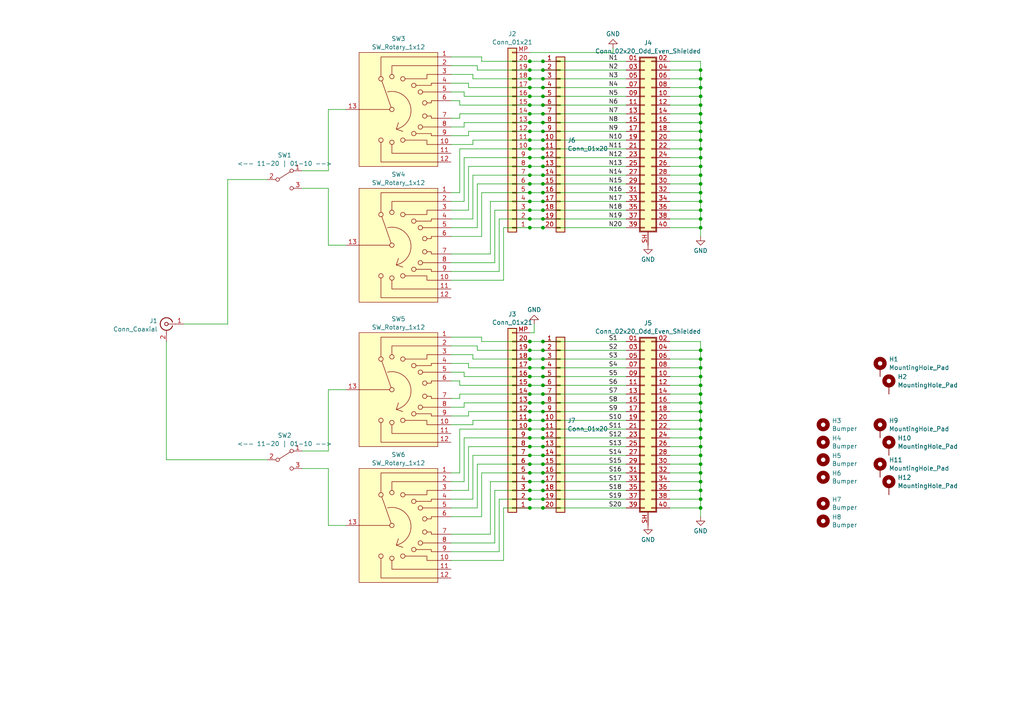
<source format=kicad_sch>
(kicad_sch (version 20230121) (generator eeschema)
  (paper "A4")
  (lib_symbols
    (symbol "Conn_02x20_Odd_Even_Shielded_1" (pin_names (offset 1.016) hide)
      (property "Reference" "J3" (at 1.27 28.2235 0))
      (property "Value" "Conn_02x20_Odd_Even_Shielded" (at 1.27 25.7993 0))
      (symbol "Conn_02x20_Odd_Even_Shielded_1_1_1"
        (pin passive line (at -5.08 22.86 0) (length 4.064) (name "Pin_1") (number "01"))
        (pin passive line (at 7.62 22.86 180) (length 4.064) (name "Pin_2") (number "02"))
        (pin passive line (at -5.08 20.32 0) (length 4.064) (name "Pin_3") (number "03"))
        (pin passive line (at 7.62 20.32 180) (length 4.064) (name "Pin_4") (number "04"))
        (pin passive line (at -5.08 17.78 0) (length 4.064) (name "Pin_5") (number "05"))
        (pin passive line (at 7.62 17.78 180) (length 4.064) (name "Pin_6") (number "06"))
        (pin passive line (at -5.08 15.24 0) (length 4.064) (name "Pin_7") (number "07"))
        (pin passive line (at 7.62 15.24 180) (length 4.064) (name "Pin_8") (number "08"))
        (pin passive line (at -5.08 12.7 0) (length 4.064) (name "Pin_9") (number "09"))
        (pin passive line (at 7.62 12.7 180) (length 4.064) (name "Pin_10") (number "10"))
        (pin passive line (at -5.08 10.16 0) (length 4.064) (name "Pin_11") (number "11"))
        (pin passive line (at 7.62 10.16 180) (length 4.064) (name "Pin_12") (number "12"))
        (pin passive line (at -5.08 7.62 0) (length 4.064) (name "Pin_13") (number "13"))
        (pin passive line (at 7.62 7.62 180) (length 4.064) (name "Pin_14") (number "14"))
        (pin passive line (at -5.08 5.08 0) (length 4.064) (name "Pin_15") (number "15"))
        (pin passive line (at 7.62 5.08 180) (length 4.064) (name "Pin_16") (number "16"))
        (pin passive line (at -5.08 2.54 0) (length 4.064) (name "Pin_17") (number "17"))
        (pin passive line (at 7.62 2.54 180) (length 4.064) (name "Pin_18") (number "18"))
        (pin passive line (at -5.08 0 0) (length 4.064) (name "Pin_19") (number "19"))
        (pin passive line (at 7.62 0 180) (length 4.064) (name "Pin_20") (number "20"))
        (pin passive line (at -5.08 -2.54 0) (length 4.064) (name "Pin_21") (number "21"))
        (pin passive line (at 7.62 -2.54 180) (length 4.064) (name "Pin_22") (number "22"))
        (pin passive line (at -5.08 -5.08 0) (length 4.064) (name "Pin_23") (number "23"))
        (pin passive line (at 7.62 -5.08 180) (length 4.064) (name "Pin_24") (number "24"))
        (pin passive line (at -5.08 -7.62 0) (length 4.064) (name "Pin_25") (number "25"))
        (pin passive line (at 7.62 -7.62 180) (length 4.064) (name "Pin_26") (number "26"))
        (pin passive line (at -5.08 -10.16 0) (length 4.064) (name "Pin_27") (number "27"))
        (pin passive line (at 7.62 -10.16 180) (length 4.064) (name "Pin_28") (number "28"))
        (pin passive line (at -5.08 -12.7 0) (length 4.064) (name "Pin_29") (number "29"))
        (pin passive line (at 7.62 -12.7 180) (length 4.064) (name "Pin_30") (number "30"))
        (pin passive line (at -5.08 -15.24 0) (length 4.064) (name "Pin_31") (number "31"))
        (pin passive line (at 7.62 -15.24 180) (length 4.064) (name "Pin_32") (number "32"))
        (pin passive line (at -5.08 -17.78 0) (length 4.064) (name "Pin_33") (number "33"))
        (pin passive line (at 7.62 -17.78 180) (length 4.064) (name "Pin_34") (number "34"))
        (pin passive line (at -5.08 -20.32 0) (length 4.064) (name "Pin_35") (number "35"))
        (pin passive line (at 7.62 -20.32 180) (length 4.064) (name "Pin_36") (number "36"))
        (pin passive line (at -5.08 -22.86 0) (length 4.064) (name "Pin_37") (number "37"))
        (pin passive line (at 7.62 -22.86 180) (length 4.064) (name "Pin_38") (number "38"))
        (pin passive line (at -5.08 -25.4 0) (length 4.064) (name "Pin_39") (number "39"))
        (pin passive line (at 7.62 -25.4 180) (length 4.064) (name "Pin_40") (number "40"))
        (pin passive line (at 1.27 -30.48 90) (length 3.81) (name "Shield") (number "SH"))
      )
    )
    (symbol "Connector:Conn_Coaxial" (pin_names (offset 1.016) hide)
      (property "Reference" "J" (at 0.254 3.048 0))
      (property "Value" "Conn_Coaxial" (at 2.921 0 90))
      (symbol "Conn_Coaxial_1_1"
        (pin passive line (at -5.08 0 0) (length 2.54) (name "In") (number "1"))
        (pin passive line (at 0 -5.08 90) (length 2.54) (name "Ext") (number "2"))
      )
    )
    (symbol "Connector_Generic:Conn_01x20" (pin_names (offset 1.016) hide)
      (property "Reference" "J" (at 0 25.4 0))
      (property "Value" "Conn_01x20" (at 0 -27.94 0))
      (symbol "Conn_01x20_1_1"
        (pin passive line (at -5.08 22.86 0) (length 3.81) (name "Pin_1") (number "1"))
        (pin passive line (at -5.08 0 0) (length 3.81) (name "Pin_10") (number "10"))
        (pin passive line (at -5.08 -2.54 0) (length 3.81) (name "Pin_11") (number "11"))
        (pin passive line (at -5.08 -5.08 0) (length 3.81) (name "Pin_12") (number "12"))
        (pin passive line (at -5.08 -7.62 0) (length 3.81) (name "Pin_13") (number "13"))
        (pin passive line (at -5.08 -10.16 0) (length 3.81) (name "Pin_14") (number "14"))
        (pin passive line (at -5.08 -12.7 0) (length 3.81) (name "Pin_15") (number "15"))
        (pin passive line (at -5.08 -15.24 0) (length 3.81) (name "Pin_16") (number "16"))
        (pin passive line (at -5.08 -17.78 0) (length 3.81) (name "Pin_17") (number "17"))
        (pin passive line (at -5.08 -20.32 0) (length 3.81) (name "Pin_18") (number "18"))
        (pin passive line (at -5.08 -22.86 0) (length 3.81) (name "Pin_19") (number "19"))
        (pin passive line (at -5.08 20.32 0) (length 3.81) (name "Pin_2") (number "2"))
        (pin passive line (at -5.08 -25.4 0) (length 3.81) (name "Pin_20") (number "20"))
        (pin passive line (at -5.08 17.78 0) (length 3.81) (name "Pin_3") (number "3"))
        (pin passive line (at -5.08 15.24 0) (length 3.81) (name "Pin_4") (number "4"))
        (pin passive line (at -5.08 12.7 0) (length 3.81) (name "Pin_5") (number "5"))
        (pin passive line (at -5.08 10.16 0) (length 3.81) (name "Pin_6") (number "6"))
        (pin passive line (at -5.08 7.62 0) (length 3.81) (name "Pin_7") (number "7"))
        (pin passive line (at -5.08 5.08 0) (length 3.81) (name "Pin_8") (number "8"))
        (pin passive line (at -5.08 2.54 0) (length 3.81) (name "Pin_9") (number "9"))
      )
    )
    (symbol "Connector_Generic:Conn_01x21" (pin_names (offset 1.016) hide)
      (property "Reference" "J2" (at 0 -30.8143 0))
      (property "Value" "Conn_01x21" (at 0 -28.3901 0))
      (symbol "Conn_01x21_1_1"
        (pin passive line (at -5.08 25.4 0) (length 3.81) (name "Pin_1") (number "1"))
        (pin passive line (at -5.08 2.54 0) (length 3.81) (name "Pin_10") (number "10"))
        (pin passive line (at -5.08 0 0) (length 3.81) (name "Pin_11") (number "11"))
        (pin passive line (at -5.08 -2.54 0) (length 3.81) (name "Pin_12") (number "12"))
        (pin passive line (at -5.08 -5.08 0) (length 3.81) (name "Pin_13") (number "13"))
        (pin passive line (at -5.08 -7.62 0) (length 3.81) (name "Pin_14") (number "14"))
        (pin passive line (at -5.08 -10.16 0) (length 3.81) (name "Pin_15") (number "15"))
        (pin passive line (at -5.08 -12.7 0) (length 3.81) (name "Pin_16") (number "16"))
        (pin passive line (at -5.08 -15.24 0) (length 3.81) (name "Pin_17") (number "17"))
        (pin passive line (at -5.08 -17.78 0) (length 3.81) (name "Pin_18") (number "18"))
        (pin passive line (at -5.08 -20.32 0) (length 3.81) (name "Pin_19") (number "19"))
        (pin passive line (at -5.08 22.86 0) (length 3.81) (name "Pin_2") (number "2"))
        (pin passive line (at -5.08 -22.86 0) (length 3.81) (name "Pin_20") (number "20"))
        (pin passive line (at -5.08 20.32 0) (length 3.81) (name "Pin_3") (number "3"))
        (pin passive line (at -5.08 17.78 0) (length 3.81) (name "Pin_4") (number "4"))
        (pin passive line (at -5.08 15.24 0) (length 3.81) (name "Pin_5") (number "5"))
        (pin passive line (at -5.08 12.7 0) (length 3.81) (name "Pin_6") (number "6"))
        (pin passive line (at -5.08 10.16 0) (length 3.81) (name "Pin_7") (number "7"))
        (pin passive line (at -5.08 7.62 0) (length 3.81) (name "Pin_8") (number "8"))
        (pin passive line (at -5.08 5.08 0) (length 3.81) (name "Pin_9") (number "9"))
        (pin passive line (at -5.08 -25.4 0) (length 3.81) (name "Pin_21") (number "MP"))
      )
    )
    (symbol "Connector_Generic_Shielded:Conn_02x20_Odd_Even_Shielded" (pin_names (offset 1.016) hide)
      (property "Reference" "J2" (at 1.27 28.2235 0))
      (property "Value" "Conn_02x20_Odd_Even_Shielded" (at 1.27 25.7993 0))
      (symbol "Conn_02x20_Odd_Even_Shielded_1_1"
        (pin passive line (at -5.08 22.86 0) (length 4.064) (name "Pin_1") (number "01"))
        (pin passive line (at 7.62 22.86 180) (length 4.064) (name "Pin_2") (number "02"))
        (pin passive line (at -5.08 20.32 0) (length 4.064) (name "Pin_3") (number "03"))
        (pin passive line (at 7.62 20.32 180) (length 4.064) (name "Pin_4") (number "04"))
        (pin passive line (at -5.08 17.78 0) (length 4.064) (name "Pin_5") (number "05"))
        (pin passive line (at 7.62 17.78 180) (length 4.064) (name "Pin_6") (number "06"))
        (pin passive line (at -5.08 15.24 0) (length 4.064) (name "Pin_7") (number "07"))
        (pin passive line (at 7.62 15.24 180) (length 4.064) (name "Pin_8") (number "08"))
        (pin passive line (at -5.08 12.7 0) (length 4.064) (name "Pin_9") (number "09"))
        (pin passive line (at 7.62 12.7 180) (length 4.064) (name "Pin_10") (number "10"))
        (pin passive line (at -5.08 10.16 0) (length 4.064) (name "Pin_11") (number "11"))
        (pin passive line (at 7.62 10.16 180) (length 4.064) (name "Pin_12") (number "12"))
        (pin passive line (at -5.08 7.62 0) (length 4.064) (name "Pin_13") (number "13"))
        (pin passive line (at 7.62 7.62 180) (length 4.064) (name "Pin_14") (number "14"))
        (pin passive line (at -5.08 5.08 0) (length 4.064) (name "Pin_15") (number "15"))
        (pin passive line (at 7.62 5.08 180) (length 4.064) (name "Pin_16") (number "16"))
        (pin passive line (at -5.08 2.54 0) (length 4.064) (name "Pin_17") (number "17"))
        (pin passive line (at 7.62 2.54 180) (length 4.064) (name "Pin_18") (number "18"))
        (pin passive line (at -5.08 0 0) (length 4.064) (name "Pin_19") (number "19"))
        (pin passive line (at 7.62 0 180) (length 4.064) (name "Pin_20") (number "20"))
        (pin passive line (at -5.08 -2.54 0) (length 4.064) (name "Pin_21") (number "21"))
        (pin passive line (at 7.62 -2.54 180) (length 4.064) (name "Pin_22") (number "22"))
        (pin passive line (at -5.08 -5.08 0) (length 4.064) (name "Pin_23") (number "23"))
        (pin passive line (at 7.62 -5.08 180) (length 4.064) (name "Pin_24") (number "24"))
        (pin passive line (at -5.08 -7.62 0) (length 4.064) (name "Pin_25") (number "25"))
        (pin passive line (at 7.62 -7.62 180) (length 4.064) (name "Pin_26") (number "26"))
        (pin passive line (at -5.08 -10.16 0) (length 4.064) (name "Pin_27") (number "27"))
        (pin passive line (at 7.62 -10.16 180) (length 4.064) (name "Pin_28") (number "28"))
        (pin passive line (at -5.08 -12.7 0) (length 4.064) (name "Pin_29") (number "29"))
        (pin passive line (at 7.62 -12.7 180) (length 4.064) (name "Pin_30") (number "30"))
        (pin passive line (at -5.08 -15.24 0) (length 4.064) (name "Pin_31") (number "31"))
        (pin passive line (at 7.62 -15.24 180) (length 4.064) (name "Pin_32") (number "32"))
        (pin passive line (at -5.08 -17.78 0) (length 4.064) (name "Pin_33") (number "33"))
        (pin passive line (at 7.62 -17.78 180) (length 4.064) (name "Pin_34") (number "34"))
        (pin passive line (at -5.08 -20.32 0) (length 4.064) (name "Pin_35") (number "35"))
        (pin passive line (at 7.62 -20.32 180) (length 4.064) (name "Pin_36") (number "36"))
        (pin passive line (at -5.08 -22.86 0) (length 4.064) (name "Pin_37") (number "37"))
        (pin passive line (at 7.62 -22.86 180) (length 4.064) (name "Pin_38") (number "38"))
        (pin passive line (at -5.08 -25.4 0) (length 4.064) (name "Pin_39") (number "39"))
        (pin passive line (at 7.62 -25.4 180) (length 4.064) (name "Pin_40") (number "40"))
        (pin passive line (at 1.27 -30.48 90) (length 3.81) (name "Shield") (number "SH"))
      )
    )
    (symbol "Mechanical:MountingHole" (pin_names (offset 1.016))
      (property "Reference" "H" (at 0 5.08 0))
      (property "Value" "MountingHole" (at 0 3.175 0))
    )
    (symbol "Mechanical:MountingHole_Pad" (pin_numbers hide) (pin_names (offset 1.016) hide)
      (property "Reference" "H" (at 0 6.35 0))
      (property "Value" "MountingHole_Pad" (at 0 4.445 0))
      (symbol "MountingHole_Pad_1_1"
        (pin input line (at 0 -2.54 90) (length 2.54) (name "1") (number "1"))
      )
    )
    (symbol "Switch:SW_Rotary_1x12" (pin_names (offset 1.016) hide)
      (property "Reference" "SW" (at 0 17.78 0))
      (property "Value" "SW_Rotary_1x12" (at 0 -17.78 0))
      (symbol "SW_Rotary_1x12_1_1"
        (pin passive line (at 15.24 15.24 180) (length 3.81) (name "1") (number "1"))
        (pin passive line (at 15.24 -10.16 180) (length 3.81) (name "10") (number "10"))
        (pin passive line (at 15.24 -12.7 180) (length 3.81) (name "11") (number "11"))
        (pin passive line (at 15.24 -15.24 180) (length 3.81) (name "12") (number "12"))
        (pin passive line (at -15.24 0 0) (length 3.81) (name "13") (number "13"))
        (pin passive line (at 15.24 12.7 180) (length 3.81) (name "2") (number "2"))
        (pin passive line (at 15.24 10.16 180) (length 3.81) (name "3") (number "3"))
        (pin passive line (at 15.24 7.62 180) (length 3.81) (name "4") (number "4"))
        (pin passive line (at 15.24 5.08 180) (length 3.81) (name "5") (number "5"))
        (pin passive line (at 15.24 2.54 180) (length 3.81) (name "6") (number "6"))
        (pin passive line (at 15.24 -2.54 180) (length 3.81) (name "7") (number "7"))
        (pin passive line (at 15.24 -5.08 180) (length 3.81) (name "8") (number "8"))
        (pin passive line (at 15.24 -7.62 180) (length 3.81) (name "9") (number "9"))
      )
    )
    (symbol "Switch:SW_SPDT" (pin_names (offset 0) hide)
      (property "Reference" "SW" (at 0 4.318 0))
      (property "Value" "SW_SPDT" (at 0 -5.08 0))
      (symbol "SW_SPDT_1_1"
        (pin passive line (at 5.08 2.54 180) (length 2.54) (name "A") (number "1"))
        (pin passive line (at -5.08 0 0) (length 2.54) (name "B") (number "2"))
        (pin passive line (at 5.08 -2.54 180) (length 2.54) (name "C") (number "3"))
      )
    )
    (symbol "power:GND" (power) (pin_names (offset 0))
      (property "Value" "GND" (at 0 -3.81 0))
      (symbol "GND_1_1"
        (pin power_in line (at 0 0 270) (length 0) hide (name "GND") (number "1"))
      )
    )
  )
  (junction (at 203.2 144.78))
  (junction (at 203.2 137.16))
  (junction (at 153.67 111.76))
  (junction (at 153.67 104.14))
  (junction (at 157.48 58.42))
  (junction (at 203.2 55.88))
  (junction (at 153.67 55.88))
  (junction (at 153.67 33.02))
  (junction (at 157.48 114.3))
  (junction (at 157.48 63.5))
  (junction (at 203.2 129.54))
  (junction (at 153.67 66.04))
  (junction (at 157.48 127))
  (junction (at 153.67 121.92))
  (junction (at 153.67 27.94))
  (junction (at 203.2 109.22))
  (junction (at 157.48 134.62))
  (junction (at 203.2 101.6))
  (junction (at 203.2 119.38))
  (junction (at 203.2 139.7))
  (junction (at 157.48 53.34))
  (junction (at 153.67 137.16))
  (junction (at 203.2 33.02))
  (junction (at 157.48 43.18))
  (junction (at 153.67 43.18))
  (junction (at 157.48 99.06))
  (junction (at 157.48 38.1))
  (junction (at 153.67 142.24))
  (junction (at 153.67 106.68))
  (junction (at 203.2 121.92))
  (junction (at 157.48 66.04))
  (junction (at 157.48 144.78))
  (junction (at 157.48 33.02))
  (junction (at 203.2 142.24))
  (junction (at 153.67 129.54))
  (junction (at 157.48 55.88))
  (junction (at 203.2 111.76))
  (junction (at 203.2 53.34))
  (junction (at 203.2 50.8))
  (junction (at 157.48 132.08))
  (junction (at 157.48 147.32))
  (junction (at 203.2 35.56))
  (junction (at 203.2 116.84))
  (junction (at 203.2 127))
  (junction (at 203.2 147.32))
  (junction (at 203.2 58.42))
  (junction (at 153.67 48.26))
  (junction (at 157.48 40.64))
  (junction (at 203.2 114.3))
  (junction (at 153.67 109.22))
  (junction (at 157.48 109.22))
  (junction (at 153.67 53.34))
  (junction (at 157.48 60.96))
  (junction (at 153.67 144.78))
  (junction (at 153.67 30.48))
  (junction (at 157.48 139.7))
  (junction (at 157.48 104.14))
  (junction (at 157.48 111.76))
  (junction (at 157.48 22.86))
  (junction (at 203.2 134.62))
  (junction (at 203.2 124.46))
  (junction (at 157.48 121.92))
  (junction (at 157.48 48.26))
  (junction (at 153.67 63.5))
  (junction (at 203.2 25.4))
  (junction (at 153.67 119.38))
  (junction (at 203.2 45.72))
  (junction (at 203.2 30.48))
  (junction (at 203.2 27.94))
  (junction (at 157.48 101.6))
  (junction (at 157.48 35.56))
  (junction (at 203.2 63.5))
  (junction (at 203.2 104.14))
  (junction (at 203.2 43.18))
  (junction (at 153.67 35.56))
  (junction (at 203.2 38.1))
  (junction (at 153.67 17.78))
  (junction (at 203.2 40.64))
  (junction (at 153.67 139.7))
  (junction (at 153.67 40.64))
  (junction (at 157.48 25.4))
  (junction (at 157.48 106.68))
  (junction (at 203.2 60.96))
  (junction (at 153.67 124.46))
  (junction (at 153.67 132.08))
  (junction (at 203.2 106.68))
  (junction (at 203.2 66.04))
  (junction (at 157.48 116.84))
  (junction (at 157.48 45.72))
  (junction (at 157.48 50.8))
  (junction (at 157.48 129.54))
  (junction (at 153.67 60.96))
  (junction (at 157.48 124.46))
  (junction (at 157.48 27.94))
  (junction (at 153.67 134.62))
  (junction (at 203.2 22.86))
  (junction (at 153.67 25.4))
  (junction (at 153.67 101.6))
  (junction (at 153.67 20.32))
  (junction (at 153.67 58.42))
  (junction (at 153.67 50.8))
  (junction (at 153.67 38.1))
  (junction (at 157.48 137.16))
  (junction (at 203.2 132.08))
  (junction (at 157.48 30.48))
  (junction (at 153.67 114.3))
  (junction (at 153.67 99.06))
  (junction (at 157.48 142.24))
  (junction (at 157.48 119.38))
  (junction (at 157.48 20.32))
  (junction (at 153.67 45.72))
  (junction (at 157.48 17.78))
  (junction (at 203.2 20.32))
  (junction (at 203.2 48.26))
  (junction (at 153.67 22.86))
  (junction (at 153.67 147.32))
  (junction (at 153.67 127))
  (junction (at 153.67 116.84))
  (wire (pts (xy 95.25 54.61) (xy 95.25 71.12)))
  (wire (pts (xy 144.78 63.5) (xy 153.67 63.5)))
  (wire (pts (xy 139.7 55.88) (xy 153.67 55.88)))
  (wire (pts (xy 194.31 111.76) (xy 203.2 111.76)))
  (wire (pts (xy 135.89 129.54) (xy 135.89 142.24)))
  (wire (pts (xy 194.31 147.32) (xy 203.2 147.32)))
  (wire (pts (xy 157.48 129.54) (xy 181.61 129.54)))
  (wire (pts (xy 133.35 30.48) (xy 133.35 29.21)))
  (wire (pts (xy 153.67 48.26) (xy 157.48 48.26)))
  (wire (pts (xy 143.51 142.24) (xy 143.51 157.48)))
  (wire (pts (xy 153.67 139.7) (xy 157.48 139.7)))
  (wire (pts (xy 153.67 137.16) (xy 157.48 137.16)))
  (wire (pts (xy 138.43 53.34) (xy 153.67 53.34)))
  (wire (pts (xy 194.31 45.72) (xy 203.2 45.72)))
  (wire (pts (xy 194.31 60.96) (xy 203.2 60.96)))
  (wire (pts (xy 134.62 116.84) (xy 134.62 118.11)))
  (wire (pts (xy 153.67 25.4) (xy 157.48 25.4)))
  (wire (pts (xy 194.31 109.22) (xy 203.2 109.22)))
  (wire (pts (xy 146.05 147.32) (xy 153.67 147.32)))
  (wire (pts (xy 153.67 134.62) (xy 157.48 134.62)))
  (wire (pts (xy 138.43 134.62) (xy 138.43 147.32)))
  (wire (pts (xy 157.48 99.06) (xy 181.61 99.06)))
  (wire (pts (xy 153.67 119.38) (xy 157.48 119.38)))
  (wire (pts (xy 134.62 26.67) (xy 130.81 26.67)))
  (wire (pts (xy 139.7 17.78) (xy 139.7 16.51)))
  (wire (pts (xy 194.31 99.06) (xy 203.2 99.06)))
  (wire (pts (xy 139.7 17.78) (xy 153.67 17.78)))
  (wire (pts (xy 130.81 78.74) (xy 144.78 78.74)))
  (wire (pts (xy 157.48 43.18) (xy 181.61 43.18)))
  (wire (pts (xy 194.31 142.24) (xy 203.2 142.24)))
  (wire (pts (xy 130.81 34.29) (xy 133.35 34.29)))
  (wire (pts (xy 130.81 68.58) (xy 139.7 68.58)))
  (wire (pts (xy 194.31 104.14) (xy 203.2 104.14)))
  (wire (pts (xy 133.35 114.3) (xy 153.67 114.3)))
  (wire (pts (xy 194.31 40.64) (xy 203.2 40.64)))
  (wire (pts (xy 153.67 101.6) (xy 157.48 101.6)))
  (wire (pts (xy 157.48 142.24) (xy 181.61 142.24)))
  (wire (pts (xy 133.35 29.21) (xy 130.81 29.21)))
  (wire (pts (xy 157.48 63.5) (xy 181.61 63.5)))
  (wire (pts (xy 130.81 139.7) (xy 134.62 139.7)))
  (wire (pts (xy 157.48 124.46) (xy 181.61 124.46)))
  (wire (pts (xy 203.2 53.34) (xy 203.2 55.88)))
  (wire (pts (xy 203.2 147.32) (xy 203.2 149.86)))
  (wire (pts (xy 135.89 120.65) (xy 130.81 120.65)))
  (wire (pts (xy 153.67 45.72) (xy 157.48 45.72)))
  (wire (pts (xy 130.81 76.2) (xy 143.51 76.2)))
  (wire (pts (xy 143.51 60.96) (xy 143.51 76.2)))
  (wire (pts (xy 130.81 81.28) (xy 146.05 81.28)))
  (wire (pts (xy 137.16 102.87) (xy 130.81 102.87)))
  (wire (pts (xy 137.16 123.19) (xy 130.81 123.19)))
  (wire (pts (xy 144.78 78.74) (xy 144.78 63.5)))
  (wire (pts (xy 153.67 53.34) (xy 157.48 53.34)))
  (wire (pts (xy 157.48 134.62) (xy 181.61 134.62)))
  (wire (pts (xy 157.48 48.26) (xy 181.61 48.26)))
  (wire (pts (xy 146.05 66.04) (xy 146.05 81.28)))
  (wire (pts (xy 133.35 33.02) (xy 133.35 34.29)))
  (wire (pts (xy 153.67 127) (xy 157.48 127)))
  (wire (pts (xy 153.67 60.96) (xy 157.48 60.96)))
  (wire (pts (xy 157.48 106.68) (xy 181.61 106.68)))
  (wire (pts (xy 194.31 33.02) (xy 203.2 33.02)))
  (wire (pts (xy 157.48 116.84) (xy 181.61 116.84)))
  (wire (pts (xy 135.89 38.1) (xy 135.89 39.37)))
  (wire (pts (xy 154.94 93.98) (xy 154.94 96.52)))
  (wire (pts (xy 137.16 132.08) (xy 153.67 132.08)))
  (wire (pts (xy 154.94 96.52) (xy 153.67 96.52)))
  (wire (pts (xy 139.7 97.79) (xy 130.81 97.79)))
  (wire (pts (xy 157.48 17.78) (xy 181.61 17.78)))
  (wire (pts (xy 95.25 130.81) (xy 87.63 130.81)))
  (wire (pts (xy 130.81 149.86) (xy 139.7 149.86)))
  (wire (pts (xy 194.31 20.32) (xy 203.2 20.32)))
  (wire (pts (xy 153.67 111.76) (xy 157.48 111.76)))
  (wire (pts (xy 157.48 109.22) (xy 181.61 109.22)))
  (wire (pts (xy 137.16 50.8) (xy 137.16 63.5)))
  (wire (pts (xy 203.2 30.48) (xy 203.2 33.02)))
  (wire (pts (xy 135.89 106.68) (xy 135.89 105.41)))
  (wire (pts (xy 157.48 114.3) (xy 181.61 114.3)))
  (wire (pts (xy 134.62 27.94) (xy 134.62 26.67)))
  (wire (pts (xy 134.62 36.83) (xy 130.81 36.83)))
  (wire (pts (xy 138.43 134.62) (xy 153.67 134.62)))
  (wire (pts (xy 153.67 116.84) (xy 157.48 116.84)))
  (wire (pts (xy 146.05 66.04) (xy 153.67 66.04)))
  (wire (pts (xy 157.48 22.86) (xy 181.61 22.86)))
  (wire (pts (xy 130.81 154.94) (xy 142.24 154.94)))
  (wire (pts (xy 135.89 48.26) (xy 153.67 48.26)))
  (wire (pts (xy 153.67 20.32) (xy 157.48 20.32)))
  (wire (pts (xy 142.24 139.7) (xy 153.67 139.7)))
  (wire (pts (xy 135.89 39.37) (xy 130.81 39.37)))
  (wire (pts (xy 100.33 31.75) (xy 95.25 31.75)))
  (wire (pts (xy 157.48 33.02) (xy 181.61 33.02)))
  (wire (pts (xy 135.89 129.54) (xy 153.67 129.54)))
  (wire (pts (xy 157.48 60.96) (xy 181.61 60.96)))
  (wire (pts (xy 203.2 40.64) (xy 203.2 43.18)))
  (wire (pts (xy 142.24 58.42) (xy 142.24 73.66)))
  (wire (pts (xy 135.89 106.68) (xy 153.67 106.68)))
  (wire (pts (xy 153.67 58.42) (xy 157.48 58.42)))
  (wire (pts (xy 134.62 127) (xy 134.62 139.7)))
  (wire (pts (xy 95.25 113.03) (xy 95.25 130.81)))
  (wire (pts (xy 203.2 38.1) (xy 203.2 40.64)))
  (wire (pts (xy 203.2 114.3) (xy 203.2 116.84)))
  (wire (pts (xy 203.2 66.04) (xy 203.2 68.58)))
  (wire (pts (xy 153.67 30.48) (xy 157.48 30.48)))
  (wire (pts (xy 203.2 27.94) (xy 203.2 30.48)))
  (wire (pts (xy 203.2 45.72) (xy 203.2 48.26)))
  (wire (pts (xy 134.62 109.22) (xy 153.67 109.22)))
  (wire (pts (xy 153.67 35.56) (xy 157.48 35.56)))
  (wire (pts (xy 157.48 132.08) (xy 181.61 132.08)))
  (wire (pts (xy 134.62 118.11) (xy 130.81 118.11)))
  (wire (pts (xy 203.2 116.84) (xy 203.2 119.38)))
  (wire (pts (xy 134.62 35.56) (xy 153.67 35.56)))
  (wire (pts (xy 143.51 60.96) (xy 153.67 60.96)))
  (wire (pts (xy 203.2 60.96) (xy 203.2 63.5)))
  (wire (pts (xy 138.43 101.6) (xy 138.43 100.33)))
  (wire (pts (xy 153.67 121.92) (xy 157.48 121.92)))
  (wire (pts (xy 139.7 99.06) (xy 153.67 99.06)))
  (wire (pts (xy 138.43 20.32) (xy 153.67 20.32)))
  (wire (pts (xy 194.31 124.46) (xy 203.2 124.46)))
  (wire (pts (xy 203.2 104.14) (xy 203.2 106.68)))
  (wire (pts (xy 157.48 20.32) (xy 181.61 20.32)))
  (wire (pts (xy 203.2 33.02) (xy 203.2 35.56)))
  (wire (pts (xy 203.2 17.78) (xy 203.2 20.32)))
  (wire (pts (xy 134.62 45.72) (xy 134.62 58.42)))
  (wire (pts (xy 194.31 27.94) (xy 203.2 27.94)))
  (wire (pts (xy 194.31 30.48) (xy 203.2 30.48)))
  (wire (pts (xy 153.67 66.04) (xy 157.48 66.04)))
  (wire (pts (xy 157.48 55.88) (xy 181.61 55.88)))
  (wire (pts (xy 157.48 139.7) (xy 181.61 139.7)))
  (wire (pts (xy 194.31 38.1) (xy 203.2 38.1)))
  (wire (pts (xy 134.62 109.22) (xy 134.62 107.95)))
  (wire (pts (xy 177.8 13.97) (xy 177.8 15.24)))
  (wire (pts (xy 194.31 17.78) (xy 203.2 17.78)))
  (wire (pts (xy 95.25 49.53) (xy 87.63 49.53)))
  (wire (pts (xy 203.2 48.26) (xy 203.2 50.8)))
  (wire (pts (xy 194.31 129.54) (xy 203.2 129.54)))
  (wire (pts (xy 194.31 66.04) (xy 203.2 66.04)))
  (wire (pts (xy 153.67 17.78) (xy 157.48 17.78)))
  (wire (pts (xy 135.89 48.26) (xy 135.89 60.96)))
  (wire (pts (xy 194.31 48.26) (xy 203.2 48.26)))
  (wire (pts (xy 157.48 53.34) (xy 181.61 53.34)))
  (wire (pts (xy 153.67 147.32) (xy 157.48 147.32)))
  (wire (pts (xy 203.2 134.62) (xy 203.2 137.16)))
  (wire (pts (xy 203.2 43.18) (xy 203.2 45.72)))
  (wire (pts (xy 157.48 119.38) (xy 181.61 119.38)))
  (wire (pts (xy 130.81 115.57) (xy 133.35 115.57)))
  (wire (pts (xy 194.31 106.68) (xy 203.2 106.68)))
  (wire (pts (xy 130.81 60.96) (xy 135.89 60.96)))
  (wire (pts (xy 157.48 144.78) (xy 181.61 144.78)))
  (wire (pts (xy 144.78 160.02) (xy 144.78 144.78)))
  (wire (pts (xy 153.67 22.86) (xy 157.48 22.86)))
  (wire (pts (xy 133.35 43.18) (xy 133.35 55.88)))
  (wire (pts (xy 77.47 133.35) (xy 48.26 133.35)))
  (wire (pts (xy 153.67 142.24) (xy 157.48 142.24)))
  (wire (pts (xy 153.67 27.94) (xy 157.48 27.94)))
  (wire (pts (xy 157.48 66.04) (xy 181.61 66.04)))
  (wire (pts (xy 134.62 116.84) (xy 153.67 116.84)))
  (wire (pts (xy 194.31 127) (xy 203.2 127)))
  (wire (pts (xy 137.16 104.14) (xy 137.16 102.87)))
  (wire (pts (xy 153.67 63.5) (xy 157.48 63.5)))
  (wire (pts (xy 66.04 93.98) (xy 53.34 93.98)))
  (wire (pts (xy 134.62 35.56) (xy 134.62 36.83)))
  (wire (pts (xy 137.16 41.91) (xy 130.81 41.91)))
  (wire (pts (xy 153.67 99.06) (xy 157.48 99.06)))
  (wire (pts (xy 135.89 38.1) (xy 153.67 38.1)))
  (wire (pts (xy 203.2 124.46) (xy 203.2 127)))
  (wire (pts (xy 203.2 101.6) (xy 203.2 104.14)))
  (wire (pts (xy 95.25 135.89) (xy 95.25 152.4)))
  (wire (pts (xy 194.31 139.7) (xy 203.2 139.7)))
  (wire (pts (xy 203.2 25.4) (xy 203.2 27.94)))
  (wire (pts (xy 135.89 105.41) (xy 130.81 105.41)))
  (wire (pts (xy 133.35 110.49) (xy 130.81 110.49)))
  (wire (pts (xy 157.48 101.6) (xy 181.61 101.6)))
  (wire (pts (xy 157.48 38.1) (xy 181.61 38.1)))
  (wire (pts (xy 138.43 20.32) (xy 138.43 19.05)))
  (wire (pts (xy 135.89 25.4) (xy 135.89 24.13)))
  (wire (pts (xy 95.25 152.4) (xy 100.33 152.4)))
  (wire (pts (xy 134.62 27.94) (xy 153.67 27.94)))
  (wire (pts (xy 142.24 139.7) (xy 142.24 154.94)))
  (wire (pts (xy 130.81 157.48) (xy 143.51 157.48)))
  (wire (pts (xy 133.35 43.18) (xy 153.67 43.18)))
  (wire (pts (xy 194.31 121.92) (xy 203.2 121.92)))
  (wire (pts (xy 203.2 127) (xy 203.2 129.54)))
  (wire (pts (xy 194.31 35.56) (xy 203.2 35.56)))
  (wire (pts (xy 203.2 111.76) (xy 203.2 114.3)))
  (wire (pts (xy 194.31 58.42) (xy 203.2 58.42)))
  (wire (pts (xy 194.31 55.88) (xy 203.2 55.88)))
  (wire (pts (xy 138.43 100.33) (xy 130.81 100.33)))
  (wire (pts (xy 194.31 50.8) (xy 203.2 50.8)))
  (wire (pts (xy 203.2 109.22) (xy 203.2 111.76)))
  (wire (pts (xy 203.2 121.92) (xy 203.2 124.46)))
  (wire (pts (xy 157.48 58.42) (xy 181.61 58.42)))
  (wire (pts (xy 137.16 132.08) (xy 137.16 144.78)))
  (wire (pts (xy 133.35 137.16) (xy 130.81 137.16)))
  (wire (pts (xy 153.67 132.08) (xy 157.48 132.08)))
  (wire (pts (xy 130.81 63.5) (xy 137.16 63.5)))
  (wire (pts (xy 157.48 25.4) (xy 181.61 25.4)))
  (wire (pts (xy 157.48 111.76) (xy 181.61 111.76)))
  (wire (pts (xy 194.31 53.34) (xy 203.2 53.34)))
  (wire (pts (xy 137.16 22.86) (xy 153.67 22.86)))
  (wire (pts (xy 139.7 99.06) (xy 139.7 97.79)))
  (wire (pts (xy 48.26 99.06) (xy 48.26 133.35)))
  (wire (pts (xy 134.62 127) (xy 153.67 127)))
  (wire (pts (xy 100.33 113.03) (xy 95.25 113.03)))
  (wire (pts (xy 194.31 43.18) (xy 203.2 43.18)))
  (wire (pts (xy 153.67 106.68) (xy 157.48 106.68)))
  (wire (pts (xy 133.35 114.3) (xy 133.35 115.57)))
  (wire (pts (xy 137.16 104.14) (xy 153.67 104.14)))
  (wire (pts (xy 153.67 50.8) (xy 157.48 50.8)))
  (wire (pts (xy 135.89 119.38) (xy 153.67 119.38)))
  (wire (pts (xy 138.43 19.05) (xy 130.81 19.05)))
  (wire (pts (xy 133.35 55.88) (xy 130.81 55.88)))
  (wire (pts (xy 134.62 107.95) (xy 130.81 107.95)))
  (wire (pts (xy 133.35 33.02) (xy 153.67 33.02)))
  (wire (pts (xy 130.81 73.66) (xy 142.24 73.66)))
  (wire (pts (xy 194.31 114.3) (xy 203.2 114.3)))
  (wire (pts (xy 157.48 50.8) (xy 181.61 50.8)))
  (wire (pts (xy 203.2 144.78) (xy 203.2 147.32)))
  (wire (pts (xy 135.89 119.38) (xy 135.89 120.65)))
  (wire (pts (xy 203.2 106.68) (xy 203.2 109.22)))
  (wire (pts (xy 139.7 137.16) (xy 139.7 149.86)))
  (wire (pts (xy 146.05 147.32) (xy 146.05 162.56)))
  (wire (pts (xy 194.31 134.62) (xy 203.2 134.62)))
  (wire (pts (xy 142.24 58.42) (xy 153.67 58.42)))
  (wire (pts (xy 153.67 15.24) (xy 177.8 15.24)))
  (wire (pts (xy 138.43 101.6) (xy 153.67 101.6)))
  (wire (pts (xy 66.04 52.07) (xy 66.04 93.98)))
  (wire (pts (xy 139.7 16.51) (xy 130.81 16.51)))
  (wire (pts (xy 153.67 55.88) (xy 157.48 55.88)))
  (wire (pts (xy 153.67 124.46) (xy 157.48 124.46)))
  (wire (pts (xy 137.16 50.8) (xy 153.67 50.8)))
  (wire (pts (xy 157.48 121.92) (xy 181.61 121.92)))
  (wire (pts (xy 194.31 137.16) (xy 203.2 137.16)))
  (wire (pts (xy 130.81 147.32) (xy 138.43 147.32)))
  (wire (pts (xy 138.43 53.34) (xy 138.43 66.04)))
  (wire (pts (xy 194.31 132.08) (xy 203.2 132.08)))
  (wire (pts (xy 194.31 119.38) (xy 203.2 119.38)))
  (wire (pts (xy 153.67 144.78) (xy 157.48 144.78)))
  (wire (pts (xy 194.31 63.5) (xy 203.2 63.5)))
  (wire (pts (xy 153.67 104.14) (xy 157.48 104.14)))
  (wire (pts (xy 130.81 142.24) (xy 135.89 142.24)))
  (wire (pts (xy 137.16 121.92) (xy 153.67 121.92)))
  (wire (pts (xy 203.2 142.24) (xy 203.2 144.78)))
  (wire (pts (xy 153.67 38.1) (xy 157.48 38.1)))
  (wire (pts (xy 144.78 144.78) (xy 153.67 144.78)))
  (wire (pts (xy 157.48 137.16) (xy 181.61 137.16)))
  (wire (pts (xy 194.31 22.86) (xy 203.2 22.86)))
  (wire (pts (xy 157.48 35.56) (xy 181.61 35.56)))
  (wire (pts (xy 133.35 111.76) (xy 153.67 111.76)))
  (wire (pts (xy 137.16 22.86) (xy 137.16 21.59)))
  (wire (pts (xy 203.2 99.06) (xy 203.2 101.6)))
  (wire (pts (xy 133.35 30.48) (xy 153.67 30.48)))
  (wire (pts (xy 133.35 124.46) (xy 133.35 137.16)))
  (wire (pts (xy 203.2 129.54) (xy 203.2 132.08)))
  (wire (pts (xy 153.67 114.3) (xy 157.48 114.3)))
  (wire (pts (xy 153.67 43.18) (xy 157.48 43.18)))
  (wire (pts (xy 157.48 45.72) (xy 181.61 45.72)))
  (wire (pts (xy 137.16 21.59) (xy 130.81 21.59)))
  (wire (pts (xy 157.48 27.94) (xy 181.61 27.94)))
  (wire (pts (xy 203.2 139.7) (xy 203.2 142.24)))
  (wire (pts (xy 157.48 104.14) (xy 181.61 104.14)))
  (wire (pts (xy 134.62 45.72) (xy 153.67 45.72)))
  (wire (pts (xy 203.2 137.16) (xy 203.2 139.7)))
  (wire (pts (xy 95.25 31.75) (xy 95.25 49.53)))
  (wire (pts (xy 203.2 20.32) (xy 203.2 22.86)))
  (wire (pts (xy 139.7 137.16) (xy 153.67 137.16)))
  (wire (pts (xy 130.81 66.04) (xy 138.43 66.04)))
  (wire (pts (xy 137.16 40.64) (xy 137.16 41.91)))
  (wire (pts (xy 95.25 71.12) (xy 100.33 71.12)))
  (wire (pts (xy 203.2 22.86) (xy 203.2 25.4)))
  (wire (pts (xy 203.2 55.88) (xy 203.2 58.42)))
  (wire (pts (xy 194.31 101.6) (xy 203.2 101.6)))
  (wire (pts (xy 137.16 121.92) (xy 137.16 123.19)))
  (wire (pts (xy 130.81 162.56) (xy 146.05 162.56)))
  (wire (pts (xy 153.67 40.64) (xy 157.48 40.64)))
  (wire (pts (xy 133.35 124.46) (xy 153.67 124.46)))
  (wire (pts (xy 137.16 40.64) (xy 153.67 40.64)))
  (wire (pts (xy 153.67 109.22) (xy 157.48 109.22)))
  (wire (pts (xy 157.48 30.48) (xy 181.61 30.48)))
  (wire (pts (xy 133.35 111.76) (xy 133.35 110.49)))
  (wire (pts (xy 87.63 135.89) (xy 95.25 135.89)))
  (wire (pts (xy 87.63 54.61) (xy 95.25 54.61)))
  (wire (pts (xy 157.48 147.32) (xy 181.61 147.32)))
  (wire (pts (xy 157.48 127) (xy 181.61 127)))
  (wire (pts (xy 77.47 52.07) (xy 66.04 52.07)))
  (wire (pts (xy 130.81 58.42) (xy 134.62 58.42)))
  (wire (pts (xy 203.2 63.5) (xy 203.2 66.04)))
  (wire (pts (xy 139.7 55.88) (xy 139.7 68.58)))
  (wire (pts (xy 153.67 129.54) (xy 157.48 129.54)))
  (wire (pts (xy 135.89 24.13) (xy 130.81 24.13)))
  (wire (pts (xy 153.67 33.02) (xy 157.48 33.02)))
  (wire (pts (xy 203.2 35.56) (xy 203.2 38.1)))
  (wire (pts (xy 130.81 144.78) (xy 137.16 144.78)))
  (wire (pts (xy 130.81 160.02) (xy 144.78 160.02)))
  (wire (pts (xy 194.31 144.78) (xy 203.2 144.78)))
  (wire (pts (xy 203.2 132.08) (xy 203.2 134.62)))
  (wire (pts (xy 135.89 25.4) (xy 153.67 25.4)))
  (wire (pts (xy 157.48 40.64) (xy 181.61 40.64)))
  (wire (pts (xy 203.2 119.38) (xy 203.2 121.92)))
  (wire (pts (xy 194.31 25.4) (xy 203.2 25.4)))
  (wire (pts (xy 203.2 50.8) (xy 203.2 53.34)))
  (wire (pts (xy 203.2 58.42) (xy 203.2 60.96)))
  (wire (pts (xy 143.51 142.24) (xy 153.67 142.24)))
  (wire (pts (xy 194.31 116.84) (xy 203.2 116.84)))
  (label "S17" (at 176.53 139.7 0))
  (label "N9" (at 176.53 38.1 0))
  (label "N2" (at 176.53 20.32 0))
  (label "N17" (at 176.53 58.42 0))
  (label "N4" (at 176.53 25.4 0))
  (label "S11" (at 176.53 124.46 0))
  (label "S4" (at 176.53 106.68 0))
  (label "S13" (at 176.53 129.54 0))
  (label "N6" (at 176.53 30.48 0))
  (label "N20" (at 176.53 66.04 0))
  (label "S8" (at 176.53 116.84 0))
  (label "N3" (at 176.53 22.86 0))
  (label "N13" (at 176.53 48.26 0))
  (label "S18" (at 176.53 142.24 0))
  (label "N7" (at 176.53 33.02 0))
  (label "S6" (at 176.53 111.76 0))
  (label "S12" (at 176.53 127 0))
  (label "S2" (at 176.53 101.6 0))
  (label "S3" (at 176.53 104.14 0))
  (label "N8" (at 176.53 35.56 0))
  (label "N1" (at 176.53 17.78 0))
  (label "N15" (at 176.53 53.34 0))
  (label "N18" (at 176.53 60.96 0))
  (label "N19" (at 176.53 63.5 0))
  (label "S16" (at 176.53 137.16 0))
  (label "S20" (at 176.53 147.32 0))
  (label "S9" (at 176.53 119.38 0))
  (label "S15" (at 176.53 134.62 0))
  (label "S10" (at 176.53 121.92 0))
  (label "S7" (at 176.53 114.3 0))
  (label "N14" (at 176.53 50.8 0))
  (label "S14" (at 176.53 132.08 0))
  (label "N11" (at 176.53 43.18 0))
  (label "S5" (at 176.53 109.22 0))
  (label "N5" (at 176.53 27.94 0))
  (label "N12" (at 176.53 45.72 0))
  (label "S1" (at 176.53 99.06 0))
  (label "N10" (at 176.53 40.64 0))
  (label "N16" (at 176.53 55.88 0))
  (label "S19" (at 176.53 144.78 0))
  (symbol (lib_id "Mechanical:MountingHole") (at 238.76 151.13 0) (unit 1) (in_bom no)
    (property "Reference" "H8" (at 241.3 149.9616 0) (effects (justify left)))
    (property "Value" "Bumper" (at 241.3 152.273 0) (effects (justify left)))
    (property "Footprint" "Alex_Connectors:Bumper_SJ5076-oppositeSide" (effects hide))
    (property "LCSC" "DNP" (effects hide))
  )
  (symbol (lib_id "Mechanical:MountingHole") (at 238.76 133.35 0) (unit 1) (in_bom no)
    (property "Reference" "H5" (at 241.3 132.1816 0) (effects (justify left)))
    (property "Value" "Bumper" (at 241.3 134.493 0) (effects (justify left)))
    (property "Footprint" "Alex_Connectors:Bumper_SJ5076-oppositeSide" (effects hide))
    (property "LCSC" "DNP" (effects hide))
  )
  (symbol (lib_id "Mechanical:MountingHole") (at 238.76 123.19 0) (unit 1) (in_bom no)
    (property "Reference" "H3" (at 241.3 122.0216 0) (effects (justify left)))
    (property "Value" "Bumper" (at 241.3 124.333 0) (effects (justify left)))
    (property "Footprint" "Alex_Connectors:Bumper_SJ5076-oppositeSide" (effects hide))
    (property "LCSC" "DNP" (effects hide))
  )
  (symbol (lib_id "Mechanical:MountingHole_Pad") (at 257.81 140.97 0) (unit 1)
    (property "Reference" "H12" (at 260.35 138.4879 0) (effects (justify left)))
    (property "Value" "MountingHole_Pad" (at 260.35 140.9121 0) (effects (justify left)))
    (property "Footprint" "MountingHole:MountingHole_3.5mm_Pad" (effects hide))
  )
  (symbol (lib_id "Connector_Generic:Conn_01x20") (at 162.56 40.64 0) (unit 1)
    (property "Reference" "J6" (at 164.592 40.6979 0) (effects (justify left)))
    (property "Value" "Conn_01x20" (at 164.592 43.1221 0) (effects (justify left)))
    (property "Footprint" "Connector_PinHeader_2.54mm:PinHeader_1x20_P2.54mm_Vertical" (effects hide))
  )
  (symbol (lib_id "Switch:SW_SPDT") (at 82.55 133.35 0) (unit 1) (in_bom no)
    (property "Reference" "SW2" (at 82.55 126.2847 0))
    (property "Value" "<-- 11-20 | 01-10 -->" (at 82.55 128.7089 0))
    (property "Footprint" "Alex_Connectors:Toggle-SPDT-Eswitch-100SPxT1B2M2xE" (effects hide))
    (property "LCSC" "DNP" (effects hide))
  )
  (symbol (lib_id "Mechanical:MountingHole") (at 238.76 138.43 0) (unit 1) (in_bom no)
    (property "Reference" "H6" (at 241.3 137.2616 0) (effects (justify left)))
    (property "Value" "Bumper" (at 241.3 139.573 0) (effects (justify left)))
    (property "Footprint" "Alex_Connectors:Bumper_SJ5076-oppositeSide" (effects hide))
    (property "LCSC" "DNP" (effects hide))
  )
  (symbol (lib_id "Switch:SW_Rotary_1x12") (at 115.57 113.03 0) (unit 1)
    (property "Reference" "SW5" (at 115.57 92.5027 0))
    (property "Value" "SW_Rotary_1x12" (at 115.57 94.9269 0))
    (property "Footprint" "Alex_LSHM:SP12T_KC52A30.001NPS" (effects hide))
    (property "Datasheet" "http://cdn-reichelt.de/documents/datenblatt/C200/DS-Serie%23LOR.pdf" (effects hide))
  )
  (symbol (lib_id "Mechanical:MountingHole_Pad") (at 255.27 106.68 0) (unit 1)
    (property "Reference" "H1" (at 257.81 104.1979 0) (effects (justify left)))
    (property "Value" "MountingHole_Pad" (at 257.81 106.6221 0) (effects (justify left)))
    (property "Footprint" "MountingHole:MountingHole_6.4mm_M6_ISO14580_Pad" (effects hide))
  )
  (symbol (lib_id "power:GND") (at 187.96 71.12 0) (unit 1)
    (property "Reference" "#PWR01" (effects hide))
    (property "Value" "GND" (at 187.96 75.2531 0))
  )
  (symbol (lib_id "Mechanical:MountingHole_Pad") (at 255.27 135.89 0) (unit 1)
    (property "Reference" "H11" (at 257.81 133.4079 0) (effects (justify left)))
    (property "Value" "MountingHole_Pad" (at 257.81 135.8321 0) (effects (justify left)))
    (property "Footprint" "MountingHole:MountingHole_3.5mm_Pad" (effects hide))
  )
  (symbol (lib_id "Mechanical:MountingHole_Pad") (at 257.81 111.76 0) (unit 1)
    (property "Reference" "H2" (at 260.35 109.2779 0) (effects (justify left)))
    (property "Value" "MountingHole_Pad" (at 260.35 111.7021 0) (effects (justify left)))
    (property "Footprint" "MountingHole:MountingHole_6.4mm_M6_ISO14580_Pad" (effects hide))
  )
  (symbol (lib_id "Mechanical:MountingHole_Pad") (at 257.81 129.54 0) (unit 1)
    (property "Reference" "H10" (at 260.35 127.0579 0) (effects (justify left)))
    (property "Value" "MountingHole_Pad" (at 260.35 129.4821 0) (effects (justify left)))
    (property "Footprint" "MountingHole:MountingHole_3.5mm_Pad" (effects hide))
  )
  (symbol (lib_id "Switch:SW_Rotary_1x12") (at 115.57 31.75 0) (unit 1)
    (property "Reference" "SW3" (at 115.57 11.2227 0))
    (property "Value" "SW_Rotary_1x12" (at 115.57 13.6469 0))
    (property "Footprint" "Alex_LSHM:SP12T_KC52A30.001NPS" (effects hide))
    (property "Datasheet" "http://cdn-reichelt.de/documents/datenblatt/C200/DS-Serie%23LOR.pdf" (effects hide))
  )
  (symbol (lib_id "Switch:SW_Rotary_1x12") (at 115.57 152.4 0) (unit 1)
    (property "Reference" "SW6" (at 115.57 131.8727 0))
    (property "Value" "SW_Rotary_1x12" (at 115.57 134.2969 0))
    (property "Footprint" "Alex_LSHM:SP12T_KC52A30.001NPS" (effects hide))
    (property "Datasheet" "http://cdn-reichelt.de/documents/datenblatt/C200/DS-Serie%23LOR.pdf" (effects hide))
  )
  (symbol (lib_id "power:GND") (at 203.2 149.86 0) (unit 1)
    (property "Reference" "#PWR04" (effects hide))
    (property "Value" "GND" (at 203.2 153.9931 0))
  )
  (symbol (lib_id "Mechanical:MountingHole") (at 238.76 128.27 0) (unit 1) (in_bom no)
    (property "Reference" "H4" (at 241.3 127.1016 0) (effects (justify left)))
    (property "Value" "Bumper" (at 241.3 129.413 0) (effects (justify left)))
    (property "Footprint" "Alex_Connectors:Bumper_SJ5076-oppositeSide" (effects hide))
    (property "LCSC" "DNP" (effects hide))
  )
  (symbol (lib_id "Connector_Generic_Shielded:Conn_02x20_Odd_Even_Shielded") (at 186.69 40.64 0) (unit 1)
    (property "Reference" "J4" (at 187.96 12.4165 0))
    (property "Value" "Conn_02x20_Odd_Even_Shielded" (at 187.96 14.8407 0))
    (property "Footprint" "Alex_LSHM:LSHM-120-02.5-L-DV-A-S" (effects hide))
  )
  (symbol (lib_name "Conn_02x20_Odd_Even_Shielded_1") (lib_id "Connector_Generic_Shielded:Conn_02x20_Odd_Even_Shielded") (at 186.69 121.92 0) (unit 1)
    (property "Reference" "J5" (at 187.96 93.6965 0))
    (property "Value" "Conn_02x20_Odd_Even_Shielded" (at 187.96 96.1207 0))
    (property "Footprint" "Alex_LSHM:LSHM-120-02.5-L-DV-A-S" (effects hide))
  )
  (symbol (lib_id "power:GND") (at 187.96 152.4 0) (unit 1)
    (property "Reference" "#PWR02" (effects hide))
    (property "Value" "GND" (at 187.96 156.5331 0))
  )
  (symbol (lib_id "power:GND") (at 177.8 13.97 180) (unit 1)
    (property "Reference" "#PWR05" (effects hide))
    (property "Value" "GND" (at 177.8 9.8369 0))
  )
  (symbol (lib_id "Switch:SW_Rotary_1x12") (at 115.57 71.12 0) (unit 1)
    (property "Reference" "SW4" (at 115.57 50.5927 0))
    (property "Value" "SW_Rotary_1x12" (at 115.57 53.0169 0))
    (property "Footprint" "Alex_LSHM:SP12T_KC52A30.001NPS" (effects hide))
    (property "Datasheet" "http://cdn-reichelt.de/documents/datenblatt/C200/DS-Serie%23LOR.pdf" (effects hide))
  )
  (symbol (lib_id "power:GND") (at 203.2 68.58 0) (unit 1)
    (property "Reference" "#PWR03" (effects hide))
    (property "Value" "GND" (at 203.2 72.7131 0))
  )
  (symbol (lib_id "Connector_Generic:Conn_01x21") (at 148.59 121.92 180) (unit 1)
    (property "Reference" "J3" (at 148.59 91.1057 0))
    (property "Value" "Conn_01x21" (at 148.59 93.5299 0))
    (property "Footprint" "Connector_FFC-FPC:TE_2-1734839-0_1x20-1MP_P0.5mm_Horizontal" (effects hide))
  )
  (symbol (lib_id "power:GND") (at 154.94 93.98 180) (unit 1)
    (property "Reference" "#PWR06" (effects hide))
    (property "Value" "GND" (at 154.94 89.8469 0))
  )
  (symbol (lib_id "Mechanical:MountingHole_Pad") (at 255.27 124.46 0) (unit 1)
    (property "Reference" "H9" (at 257.81 121.9779 0) (effects (justify left)))
    (property "Value" "MountingHole_Pad" (at 257.81 124.4021 0) (effects (justify left)))
    (property "Footprint" "MountingHole:MountingHole_3.5mm_Pad" (effects hide))
  )
  (symbol (lib_id "Switch:SW_SPDT") (at 82.55 52.07 0) (unit 1) (in_bom no)
    (property "Reference" "SW1" (at 82.55 45.0047 0))
    (property "Value" "<-- 11-20 | 01-10 -->" (at 82.55 47.4289 0))
    (property "Footprint" "Alex_Connectors:Toggle-SPDT-Eswitch-100SPxT1B2M2xE" (effects hide))
  )
  (symbol (lib_id "Connector:Conn_Coaxial") (at 48.26 93.98 0) (mirror y) (unit 1)
    (property "Reference" "J1" (at 45.7199 93.0611 0) (effects (justify left)))
    (property "Value" "Conn_Coaxial" (at 45.7199 95.4853 0) (effects (justify left)))
    (property "Footprint" "Alex_Connectors:BNC_DOSiN-801-0050" (effects hide))
    (property "Datasheet" " ~" (effects hide))
  )
  (symbol (lib_id "Mechanical:MountingHole") (at 238.76 146.05 0) (unit 1) (in_bom no)
    (property "Reference" "H7" (at 241.3 144.8816 0) (effects (justify left)))
    (property "Value" "Bumper" (at 241.3 147.193 0) (effects (justify left)))
    (property "Footprint" "Alex_Connectors:Bumper_SJ5076-oppositeSide" (effects hide))
    (property "LCSC" "DNP" (effects hide))
  )
  (symbol (lib_id "Connector_Generic:Conn_01x21") (at 148.59 40.64 180) (unit 1)
    (property "Reference" "J2" (at 148.59 9.8257 0))
    (property "Value" "Conn_01x21" (at 148.59 12.2499 0))
    (property "Footprint" "Connector_FFC-FPC:TE_2-1734839-0_1x20-1MP_P0.5mm_Horizontal" (effects hide))
  )
  (symbol (lib_id "Connector_Generic:Conn_01x20") (at 162.56 121.92 0) (unit 1)
    (property "Reference" "J7" (at 164.592 121.9779 0) (effects (justify left)))
    (property "Value" "Conn_01x20" (at 164.592 124.4021 0) (effects (justify left)))
    (property "Footprint" "Connector_PinHeader_2.54mm:PinHeader_1x20_P2.54mm_Vertical" (effects hide))
  )
)
</source>
